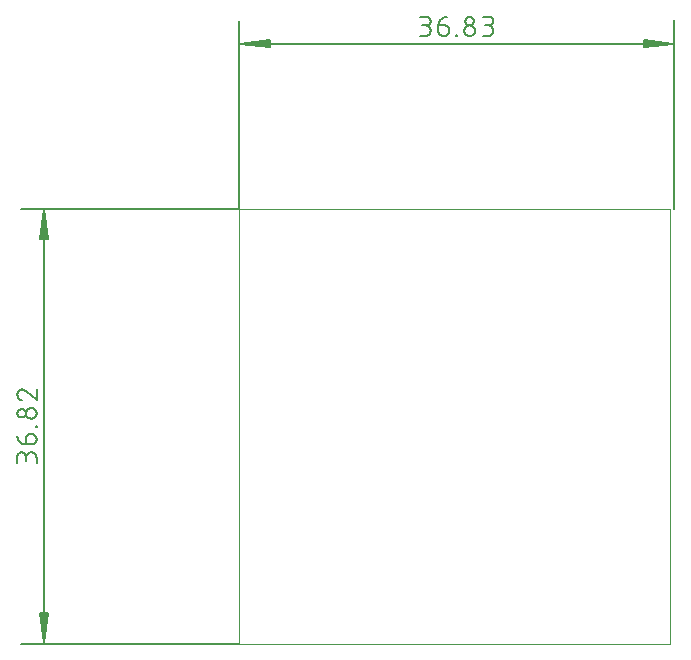
<source format=gbr>
G75*
%MOIN*%
%OFA0B0*%
%FSLAX25Y25*%
%IPPOS*%
%LPD*%
%AMOC8*
5,1,8,0,0,1.08239X$1,22.5*
%
%ADD10C,0.00000*%
%ADD11C,0.00512*%
%ADD12C,0.00600*%
D10*
X0078342Y0001492D02*
X0078342Y0146453D01*
X0222043Y0146453D01*
X0222043Y0001492D01*
X0078342Y0001492D01*
D11*
X0005665Y0001492D01*
X0013342Y0001748D02*
X0014365Y0011728D01*
X0014599Y0011728D02*
X0013342Y0001748D01*
X0012318Y0011728D01*
X0012085Y0011728D02*
X0014599Y0011728D01*
X0013854Y0011728D02*
X0013342Y0001748D01*
X0012830Y0011728D01*
X0012085Y0011728D02*
X0013342Y0001748D01*
X0013342Y0146197D01*
X0014365Y0136217D01*
X0014599Y0136217D02*
X0013342Y0146197D01*
X0012318Y0136217D01*
X0012085Y0136217D02*
X0014599Y0136217D01*
X0013854Y0136217D02*
X0013342Y0146197D01*
X0012830Y0136217D01*
X0012085Y0136217D02*
X0013342Y0146197D01*
X0005665Y0146453D02*
X0078342Y0146453D01*
X0078325Y0209131D01*
X0078583Y0201454D02*
X0088563Y0202481D01*
X0088563Y0202714D02*
X0088563Y0200200D01*
X0078583Y0201454D01*
X0088563Y0200433D01*
X0088563Y0200945D02*
X0078583Y0201454D01*
X0088563Y0201969D01*
X0088563Y0202714D02*
X0078583Y0201454D01*
X0223071Y0201493D01*
X0213091Y0200467D01*
X0213091Y0200234D02*
X0223071Y0201493D01*
X0213090Y0202514D01*
X0213090Y0202748D02*
X0213091Y0200234D01*
X0213091Y0200979D02*
X0223071Y0201493D01*
X0213091Y0202003D01*
X0213090Y0202748D02*
X0223071Y0201493D01*
X0223325Y0209171D02*
X0223342Y0146492D01*
D12*
X0161265Y0204032D02*
X0159487Y0204032D01*
X0161265Y0204032D02*
X0161348Y0204034D01*
X0161431Y0204040D01*
X0161514Y0204050D01*
X0161597Y0204063D01*
X0161678Y0204081D01*
X0161759Y0204102D01*
X0161838Y0204127D01*
X0161916Y0204156D01*
X0161993Y0204188D01*
X0162068Y0204224D01*
X0162142Y0204263D01*
X0162213Y0204306D01*
X0162283Y0204352D01*
X0162350Y0204402D01*
X0162415Y0204454D01*
X0162477Y0204509D01*
X0162537Y0204568D01*
X0162594Y0204629D01*
X0162648Y0204692D01*
X0162699Y0204758D01*
X0162746Y0204827D01*
X0162791Y0204897D01*
X0162832Y0204970D01*
X0162869Y0205044D01*
X0162904Y0205120D01*
X0162934Y0205198D01*
X0162961Y0205276D01*
X0162984Y0205357D01*
X0163004Y0205438D01*
X0163019Y0205520D01*
X0163031Y0205602D01*
X0163039Y0205685D01*
X0163043Y0205768D01*
X0163043Y0205852D01*
X0163039Y0205935D01*
X0163031Y0206018D01*
X0163019Y0206100D01*
X0163004Y0206182D01*
X0162984Y0206263D01*
X0162961Y0206344D01*
X0162934Y0206422D01*
X0162904Y0206500D01*
X0162869Y0206576D01*
X0162832Y0206650D01*
X0162791Y0206723D01*
X0162746Y0206793D01*
X0162699Y0206862D01*
X0162648Y0206928D01*
X0162594Y0206991D01*
X0162537Y0207052D01*
X0162477Y0207111D01*
X0162415Y0207166D01*
X0162350Y0207218D01*
X0162283Y0207268D01*
X0162213Y0207314D01*
X0162142Y0207357D01*
X0162068Y0207396D01*
X0161993Y0207432D01*
X0161916Y0207464D01*
X0161838Y0207493D01*
X0161759Y0207518D01*
X0161678Y0207539D01*
X0161597Y0207557D01*
X0161514Y0207570D01*
X0161431Y0207580D01*
X0161348Y0207586D01*
X0161265Y0207588D01*
X0161620Y0207588D02*
X0160198Y0207588D01*
X0161620Y0207588D02*
X0161694Y0207590D01*
X0161769Y0207596D01*
X0161842Y0207606D01*
X0161916Y0207619D01*
X0161988Y0207636D01*
X0162059Y0207658D01*
X0162130Y0207682D01*
X0162198Y0207711D01*
X0162266Y0207743D01*
X0162331Y0207779D01*
X0162394Y0207817D01*
X0162456Y0207860D01*
X0162515Y0207905D01*
X0162572Y0207953D01*
X0162626Y0208004D01*
X0162677Y0208058D01*
X0162725Y0208115D01*
X0162770Y0208174D01*
X0162813Y0208236D01*
X0162851Y0208299D01*
X0162887Y0208364D01*
X0162919Y0208432D01*
X0162948Y0208500D01*
X0162972Y0208571D01*
X0162994Y0208642D01*
X0163011Y0208714D01*
X0163024Y0208788D01*
X0163034Y0208861D01*
X0163040Y0208936D01*
X0163042Y0209010D01*
X0163040Y0209084D01*
X0163034Y0209159D01*
X0163024Y0209232D01*
X0163011Y0209306D01*
X0162994Y0209378D01*
X0162972Y0209449D01*
X0162948Y0209520D01*
X0162919Y0209588D01*
X0162887Y0209656D01*
X0162851Y0209721D01*
X0162813Y0209784D01*
X0162770Y0209846D01*
X0162725Y0209905D01*
X0162677Y0209962D01*
X0162626Y0210016D01*
X0162572Y0210067D01*
X0162515Y0210115D01*
X0162456Y0210160D01*
X0162394Y0210203D01*
X0162331Y0210241D01*
X0162266Y0210277D01*
X0162198Y0210309D01*
X0162130Y0210338D01*
X0162059Y0210362D01*
X0161988Y0210384D01*
X0161916Y0210401D01*
X0161842Y0210414D01*
X0161769Y0210424D01*
X0161694Y0210430D01*
X0161620Y0210432D01*
X0159487Y0210432D01*
X0156533Y0209010D02*
X0156531Y0208936D01*
X0156525Y0208861D01*
X0156515Y0208788D01*
X0156502Y0208714D01*
X0156485Y0208642D01*
X0156463Y0208571D01*
X0156439Y0208500D01*
X0156410Y0208432D01*
X0156378Y0208364D01*
X0156342Y0208299D01*
X0156304Y0208236D01*
X0156261Y0208174D01*
X0156216Y0208115D01*
X0156168Y0208058D01*
X0156117Y0208004D01*
X0156063Y0207953D01*
X0156006Y0207905D01*
X0155947Y0207860D01*
X0155885Y0207817D01*
X0155822Y0207779D01*
X0155757Y0207743D01*
X0155689Y0207711D01*
X0155621Y0207682D01*
X0155550Y0207658D01*
X0155479Y0207636D01*
X0155407Y0207619D01*
X0155333Y0207606D01*
X0155260Y0207596D01*
X0155185Y0207590D01*
X0155111Y0207588D01*
X0155037Y0207590D01*
X0154962Y0207596D01*
X0154889Y0207606D01*
X0154815Y0207619D01*
X0154743Y0207636D01*
X0154672Y0207658D01*
X0154601Y0207682D01*
X0154533Y0207711D01*
X0154465Y0207743D01*
X0154400Y0207779D01*
X0154337Y0207817D01*
X0154275Y0207860D01*
X0154216Y0207905D01*
X0154159Y0207953D01*
X0154105Y0208004D01*
X0154054Y0208058D01*
X0154006Y0208115D01*
X0153961Y0208174D01*
X0153918Y0208236D01*
X0153880Y0208299D01*
X0153844Y0208364D01*
X0153812Y0208432D01*
X0153783Y0208500D01*
X0153759Y0208571D01*
X0153737Y0208642D01*
X0153720Y0208714D01*
X0153707Y0208788D01*
X0153697Y0208861D01*
X0153691Y0208936D01*
X0153689Y0209010D01*
X0153691Y0209084D01*
X0153697Y0209159D01*
X0153707Y0209232D01*
X0153720Y0209306D01*
X0153737Y0209378D01*
X0153759Y0209449D01*
X0153783Y0209520D01*
X0153812Y0209588D01*
X0153844Y0209656D01*
X0153880Y0209721D01*
X0153918Y0209784D01*
X0153961Y0209846D01*
X0154006Y0209905D01*
X0154054Y0209962D01*
X0154105Y0210016D01*
X0154159Y0210067D01*
X0154216Y0210115D01*
X0154275Y0210160D01*
X0154337Y0210203D01*
X0154400Y0210241D01*
X0154465Y0210277D01*
X0154533Y0210309D01*
X0154601Y0210338D01*
X0154672Y0210362D01*
X0154743Y0210384D01*
X0154815Y0210401D01*
X0154889Y0210414D01*
X0154962Y0210424D01*
X0155037Y0210430D01*
X0155111Y0210432D01*
X0155185Y0210430D01*
X0155260Y0210424D01*
X0155333Y0210414D01*
X0155407Y0210401D01*
X0155479Y0210384D01*
X0155550Y0210362D01*
X0155621Y0210338D01*
X0155689Y0210309D01*
X0155757Y0210277D01*
X0155822Y0210241D01*
X0155885Y0210203D01*
X0155947Y0210160D01*
X0156006Y0210115D01*
X0156063Y0210067D01*
X0156117Y0210016D01*
X0156168Y0209962D01*
X0156216Y0209905D01*
X0156261Y0209846D01*
X0156304Y0209784D01*
X0156342Y0209721D01*
X0156378Y0209656D01*
X0156410Y0209588D01*
X0156439Y0209520D01*
X0156463Y0209449D01*
X0156485Y0209378D01*
X0156502Y0209306D01*
X0156515Y0209232D01*
X0156525Y0209159D01*
X0156531Y0209084D01*
X0156533Y0209010D01*
X0156889Y0205810D02*
X0156887Y0205727D01*
X0156881Y0205644D01*
X0156871Y0205561D01*
X0156858Y0205478D01*
X0156840Y0205397D01*
X0156819Y0205316D01*
X0156794Y0205237D01*
X0156765Y0205159D01*
X0156733Y0205082D01*
X0156697Y0205007D01*
X0156658Y0204933D01*
X0156615Y0204862D01*
X0156569Y0204792D01*
X0156519Y0204725D01*
X0156467Y0204660D01*
X0156412Y0204598D01*
X0156353Y0204538D01*
X0156292Y0204481D01*
X0156229Y0204427D01*
X0156163Y0204376D01*
X0156094Y0204329D01*
X0156024Y0204284D01*
X0155951Y0204243D01*
X0155877Y0204206D01*
X0155801Y0204171D01*
X0155723Y0204141D01*
X0155645Y0204114D01*
X0155564Y0204091D01*
X0155483Y0204071D01*
X0155401Y0204056D01*
X0155319Y0204044D01*
X0155236Y0204036D01*
X0155153Y0204032D01*
X0155069Y0204032D01*
X0154986Y0204036D01*
X0154903Y0204044D01*
X0154821Y0204056D01*
X0154739Y0204071D01*
X0154658Y0204091D01*
X0154577Y0204114D01*
X0154499Y0204141D01*
X0154421Y0204171D01*
X0154345Y0204206D01*
X0154271Y0204243D01*
X0154198Y0204284D01*
X0154128Y0204329D01*
X0154059Y0204376D01*
X0153993Y0204427D01*
X0153930Y0204481D01*
X0153869Y0204538D01*
X0153810Y0204598D01*
X0153755Y0204660D01*
X0153703Y0204725D01*
X0153653Y0204792D01*
X0153607Y0204862D01*
X0153564Y0204933D01*
X0153525Y0205007D01*
X0153489Y0205082D01*
X0153457Y0205159D01*
X0153428Y0205237D01*
X0153403Y0205316D01*
X0153382Y0205397D01*
X0153364Y0205478D01*
X0153351Y0205561D01*
X0153341Y0205644D01*
X0153335Y0205727D01*
X0153333Y0205810D01*
X0153335Y0205893D01*
X0153341Y0205976D01*
X0153351Y0206059D01*
X0153364Y0206142D01*
X0153382Y0206223D01*
X0153403Y0206304D01*
X0153428Y0206383D01*
X0153457Y0206461D01*
X0153489Y0206538D01*
X0153525Y0206613D01*
X0153564Y0206687D01*
X0153607Y0206758D01*
X0153653Y0206828D01*
X0153703Y0206895D01*
X0153755Y0206960D01*
X0153810Y0207022D01*
X0153869Y0207082D01*
X0153930Y0207139D01*
X0153993Y0207193D01*
X0154059Y0207244D01*
X0154128Y0207291D01*
X0154198Y0207336D01*
X0154271Y0207377D01*
X0154345Y0207414D01*
X0154421Y0207449D01*
X0154499Y0207479D01*
X0154577Y0207506D01*
X0154658Y0207529D01*
X0154739Y0207549D01*
X0154821Y0207564D01*
X0154903Y0207576D01*
X0154986Y0207584D01*
X0155069Y0207588D01*
X0155153Y0207588D01*
X0155236Y0207584D01*
X0155319Y0207576D01*
X0155401Y0207564D01*
X0155483Y0207549D01*
X0155564Y0207529D01*
X0155645Y0207506D01*
X0155723Y0207479D01*
X0155801Y0207449D01*
X0155877Y0207414D01*
X0155951Y0207377D01*
X0156024Y0207336D01*
X0156094Y0207291D01*
X0156163Y0207244D01*
X0156229Y0207193D01*
X0156292Y0207139D01*
X0156353Y0207082D01*
X0156412Y0207022D01*
X0156467Y0206960D01*
X0156519Y0206895D01*
X0156569Y0206828D01*
X0156615Y0206758D01*
X0156658Y0206687D01*
X0156697Y0206613D01*
X0156733Y0206538D01*
X0156765Y0206461D01*
X0156794Y0206383D01*
X0156819Y0206304D01*
X0156840Y0206223D01*
X0156858Y0206142D01*
X0156871Y0206059D01*
X0156881Y0205976D01*
X0156887Y0205893D01*
X0156889Y0205810D01*
X0150981Y0204388D02*
X0150981Y0204032D01*
X0150625Y0204032D01*
X0150625Y0204388D01*
X0150981Y0204388D01*
X0148273Y0205810D02*
X0148273Y0206166D01*
X0148271Y0206240D01*
X0148265Y0206315D01*
X0148255Y0206388D01*
X0148242Y0206462D01*
X0148225Y0206534D01*
X0148203Y0206605D01*
X0148179Y0206676D01*
X0148150Y0206744D01*
X0148118Y0206812D01*
X0148082Y0206877D01*
X0148044Y0206940D01*
X0148001Y0207002D01*
X0147956Y0207061D01*
X0147908Y0207118D01*
X0147857Y0207172D01*
X0147803Y0207223D01*
X0147746Y0207271D01*
X0147687Y0207316D01*
X0147625Y0207359D01*
X0147562Y0207397D01*
X0147497Y0207433D01*
X0147429Y0207465D01*
X0147361Y0207494D01*
X0147290Y0207518D01*
X0147219Y0207540D01*
X0147147Y0207557D01*
X0147073Y0207570D01*
X0147000Y0207580D01*
X0146925Y0207586D01*
X0146851Y0207588D01*
X0144717Y0207588D01*
X0144717Y0205810D01*
X0144719Y0205727D01*
X0144725Y0205644D01*
X0144735Y0205561D01*
X0144748Y0205478D01*
X0144766Y0205397D01*
X0144787Y0205316D01*
X0144812Y0205237D01*
X0144841Y0205159D01*
X0144873Y0205082D01*
X0144909Y0205007D01*
X0144948Y0204933D01*
X0144991Y0204862D01*
X0145037Y0204792D01*
X0145087Y0204725D01*
X0145139Y0204660D01*
X0145194Y0204598D01*
X0145253Y0204538D01*
X0145314Y0204481D01*
X0145377Y0204427D01*
X0145443Y0204376D01*
X0145512Y0204329D01*
X0145582Y0204284D01*
X0145655Y0204243D01*
X0145729Y0204206D01*
X0145805Y0204171D01*
X0145883Y0204141D01*
X0145961Y0204114D01*
X0146042Y0204091D01*
X0146123Y0204071D01*
X0146205Y0204056D01*
X0146287Y0204044D01*
X0146370Y0204036D01*
X0146453Y0204032D01*
X0146537Y0204032D01*
X0146620Y0204036D01*
X0146703Y0204044D01*
X0146785Y0204056D01*
X0146867Y0204071D01*
X0146948Y0204091D01*
X0147029Y0204114D01*
X0147107Y0204141D01*
X0147185Y0204171D01*
X0147261Y0204206D01*
X0147335Y0204243D01*
X0147408Y0204284D01*
X0147478Y0204329D01*
X0147547Y0204376D01*
X0147613Y0204427D01*
X0147676Y0204481D01*
X0147737Y0204538D01*
X0147796Y0204598D01*
X0147851Y0204660D01*
X0147903Y0204725D01*
X0147953Y0204792D01*
X0147999Y0204862D01*
X0148042Y0204933D01*
X0148081Y0205007D01*
X0148117Y0205082D01*
X0148149Y0205159D01*
X0148178Y0205237D01*
X0148203Y0205316D01*
X0148224Y0205397D01*
X0148242Y0205478D01*
X0148255Y0205561D01*
X0148265Y0205644D01*
X0148271Y0205727D01*
X0148273Y0205810D01*
X0144718Y0207588D02*
X0144720Y0207694D01*
X0144726Y0207801D01*
X0144736Y0207906D01*
X0144750Y0208012D01*
X0144768Y0208117D01*
X0144789Y0208221D01*
X0144815Y0208324D01*
X0144844Y0208426D01*
X0144878Y0208527D01*
X0144915Y0208627D01*
X0144955Y0208725D01*
X0145000Y0208822D01*
X0145048Y0208917D01*
X0145099Y0209010D01*
X0145154Y0209101D01*
X0145212Y0209190D01*
X0145274Y0209277D01*
X0145338Y0209361D01*
X0145406Y0209443D01*
X0145477Y0209522D01*
X0145551Y0209599D01*
X0145628Y0209673D01*
X0145707Y0209744D01*
X0145789Y0209812D01*
X0145873Y0209876D01*
X0145960Y0209938D01*
X0146049Y0209996D01*
X0146140Y0210051D01*
X0146233Y0210102D01*
X0146328Y0210150D01*
X0146425Y0210195D01*
X0146523Y0210235D01*
X0146623Y0210272D01*
X0146724Y0210306D01*
X0146826Y0210335D01*
X0146929Y0210361D01*
X0147033Y0210382D01*
X0147138Y0210400D01*
X0147244Y0210414D01*
X0147349Y0210424D01*
X0147456Y0210430D01*
X0147562Y0210432D01*
X0140697Y0210432D02*
X0138563Y0210432D01*
X0140697Y0210432D02*
X0140771Y0210430D01*
X0140846Y0210424D01*
X0140919Y0210414D01*
X0140993Y0210401D01*
X0141065Y0210384D01*
X0141136Y0210362D01*
X0141207Y0210338D01*
X0141275Y0210309D01*
X0141343Y0210277D01*
X0141408Y0210241D01*
X0141471Y0210203D01*
X0141533Y0210160D01*
X0141592Y0210115D01*
X0141649Y0210067D01*
X0141703Y0210016D01*
X0141754Y0209962D01*
X0141802Y0209905D01*
X0141847Y0209846D01*
X0141890Y0209784D01*
X0141928Y0209721D01*
X0141964Y0209656D01*
X0141996Y0209588D01*
X0142025Y0209520D01*
X0142049Y0209449D01*
X0142071Y0209378D01*
X0142088Y0209306D01*
X0142101Y0209232D01*
X0142111Y0209159D01*
X0142117Y0209084D01*
X0142119Y0209010D01*
X0142117Y0208936D01*
X0142111Y0208861D01*
X0142101Y0208788D01*
X0142088Y0208714D01*
X0142071Y0208642D01*
X0142049Y0208571D01*
X0142025Y0208500D01*
X0141996Y0208432D01*
X0141964Y0208364D01*
X0141928Y0208299D01*
X0141890Y0208236D01*
X0141847Y0208174D01*
X0141802Y0208115D01*
X0141754Y0208058D01*
X0141703Y0208004D01*
X0141649Y0207953D01*
X0141592Y0207905D01*
X0141533Y0207860D01*
X0141471Y0207817D01*
X0141408Y0207779D01*
X0141343Y0207743D01*
X0141275Y0207711D01*
X0141207Y0207682D01*
X0141136Y0207658D01*
X0141065Y0207636D01*
X0140993Y0207619D01*
X0140919Y0207606D01*
X0140846Y0207596D01*
X0140771Y0207590D01*
X0140697Y0207588D01*
X0139274Y0207588D01*
X0140341Y0207588D02*
X0140424Y0207586D01*
X0140507Y0207580D01*
X0140590Y0207570D01*
X0140673Y0207557D01*
X0140754Y0207539D01*
X0140835Y0207518D01*
X0140914Y0207493D01*
X0140992Y0207464D01*
X0141069Y0207432D01*
X0141144Y0207396D01*
X0141218Y0207357D01*
X0141289Y0207314D01*
X0141359Y0207268D01*
X0141426Y0207218D01*
X0141491Y0207166D01*
X0141553Y0207111D01*
X0141613Y0207052D01*
X0141670Y0206991D01*
X0141724Y0206928D01*
X0141775Y0206862D01*
X0141822Y0206793D01*
X0141867Y0206723D01*
X0141908Y0206650D01*
X0141945Y0206576D01*
X0141980Y0206500D01*
X0142010Y0206422D01*
X0142037Y0206344D01*
X0142060Y0206263D01*
X0142080Y0206182D01*
X0142095Y0206100D01*
X0142107Y0206018D01*
X0142115Y0205935D01*
X0142119Y0205852D01*
X0142119Y0205768D01*
X0142115Y0205685D01*
X0142107Y0205602D01*
X0142095Y0205520D01*
X0142080Y0205438D01*
X0142060Y0205357D01*
X0142037Y0205276D01*
X0142010Y0205198D01*
X0141980Y0205120D01*
X0141945Y0205044D01*
X0141908Y0204970D01*
X0141867Y0204897D01*
X0141822Y0204827D01*
X0141775Y0204758D01*
X0141724Y0204692D01*
X0141670Y0204629D01*
X0141613Y0204568D01*
X0141553Y0204509D01*
X0141491Y0204454D01*
X0141426Y0204402D01*
X0141359Y0204352D01*
X0141289Y0204306D01*
X0141218Y0204263D01*
X0141144Y0204224D01*
X0141069Y0204188D01*
X0140992Y0204156D01*
X0140914Y0204127D01*
X0140835Y0204102D01*
X0140754Y0204081D01*
X0140673Y0204063D01*
X0140590Y0204050D01*
X0140507Y0204040D01*
X0140424Y0204034D01*
X0140341Y0204032D01*
X0138563Y0204032D01*
X0010780Y0086189D02*
X0010780Y0082633D01*
X0007224Y0085655D01*
X0004380Y0084589D02*
X0004382Y0084500D01*
X0004388Y0084411D01*
X0004397Y0084322D01*
X0004411Y0084234D01*
X0004428Y0084147D01*
X0004449Y0084060D01*
X0004474Y0083974D01*
X0004502Y0083890D01*
X0004535Y0083807D01*
X0004570Y0083725D01*
X0004610Y0083645D01*
X0004652Y0083567D01*
X0004698Y0083490D01*
X0004747Y0083416D01*
X0004800Y0083344D01*
X0004855Y0083274D01*
X0004914Y0083207D01*
X0004975Y0083142D01*
X0005039Y0083080D01*
X0005106Y0083021D01*
X0005175Y0082965D01*
X0005247Y0082912D01*
X0005321Y0082862D01*
X0005397Y0082815D01*
X0005474Y0082772D01*
X0005554Y0082732D01*
X0005635Y0082695D01*
X0005718Y0082662D01*
X0005803Y0082633D01*
X0007225Y0085656D02*
X0007167Y0085713D01*
X0007106Y0085769D01*
X0007043Y0085821D01*
X0006978Y0085870D01*
X0006910Y0085916D01*
X0006840Y0085958D01*
X0006768Y0085998D01*
X0006695Y0086033D01*
X0006619Y0086066D01*
X0006543Y0086094D01*
X0006465Y0086119D01*
X0006386Y0086140D01*
X0006306Y0086158D01*
X0006225Y0086171D01*
X0006144Y0086181D01*
X0006062Y0086187D01*
X0005980Y0086189D01*
X0005901Y0086187D01*
X0005823Y0086181D01*
X0005745Y0086172D01*
X0005668Y0086158D01*
X0005591Y0086141D01*
X0005516Y0086120D01*
X0005441Y0086095D01*
X0005368Y0086067D01*
X0005296Y0086035D01*
X0005226Y0086000D01*
X0005157Y0085961D01*
X0005091Y0085919D01*
X0005027Y0085874D01*
X0004965Y0085826D01*
X0004906Y0085775D01*
X0004849Y0085720D01*
X0004794Y0085663D01*
X0004743Y0085604D01*
X0004695Y0085542D01*
X0004650Y0085478D01*
X0004608Y0085412D01*
X0004569Y0085343D01*
X0004534Y0085273D01*
X0004502Y0085201D01*
X0004474Y0085128D01*
X0004449Y0085053D01*
X0004428Y0084978D01*
X0004411Y0084901D01*
X0004397Y0084824D01*
X0004388Y0084746D01*
X0004382Y0084668D01*
X0004380Y0084589D01*
X0005802Y0079679D02*
X0005876Y0079677D01*
X0005951Y0079671D01*
X0006024Y0079661D01*
X0006098Y0079648D01*
X0006170Y0079631D01*
X0006241Y0079609D01*
X0006312Y0079585D01*
X0006380Y0079556D01*
X0006448Y0079524D01*
X0006513Y0079488D01*
X0006576Y0079450D01*
X0006638Y0079407D01*
X0006697Y0079362D01*
X0006754Y0079314D01*
X0006808Y0079263D01*
X0006859Y0079209D01*
X0006907Y0079152D01*
X0006952Y0079093D01*
X0006995Y0079031D01*
X0007033Y0078968D01*
X0007069Y0078903D01*
X0007101Y0078835D01*
X0007130Y0078767D01*
X0007154Y0078696D01*
X0007176Y0078625D01*
X0007193Y0078553D01*
X0007206Y0078479D01*
X0007216Y0078406D01*
X0007222Y0078331D01*
X0007224Y0078257D01*
X0007222Y0078183D01*
X0007216Y0078108D01*
X0007206Y0078035D01*
X0007193Y0077961D01*
X0007176Y0077889D01*
X0007154Y0077818D01*
X0007130Y0077747D01*
X0007101Y0077679D01*
X0007069Y0077611D01*
X0007033Y0077546D01*
X0006995Y0077483D01*
X0006952Y0077421D01*
X0006907Y0077362D01*
X0006859Y0077305D01*
X0006808Y0077251D01*
X0006754Y0077200D01*
X0006697Y0077152D01*
X0006638Y0077107D01*
X0006576Y0077064D01*
X0006513Y0077026D01*
X0006448Y0076990D01*
X0006380Y0076958D01*
X0006312Y0076929D01*
X0006241Y0076905D01*
X0006170Y0076883D01*
X0006098Y0076866D01*
X0006024Y0076853D01*
X0005951Y0076843D01*
X0005876Y0076837D01*
X0005802Y0076835D01*
X0005728Y0076837D01*
X0005653Y0076843D01*
X0005580Y0076853D01*
X0005506Y0076866D01*
X0005434Y0076883D01*
X0005363Y0076905D01*
X0005292Y0076929D01*
X0005224Y0076958D01*
X0005156Y0076990D01*
X0005091Y0077026D01*
X0005028Y0077064D01*
X0004966Y0077107D01*
X0004907Y0077152D01*
X0004850Y0077200D01*
X0004796Y0077251D01*
X0004745Y0077305D01*
X0004697Y0077362D01*
X0004652Y0077421D01*
X0004609Y0077483D01*
X0004571Y0077546D01*
X0004535Y0077611D01*
X0004503Y0077679D01*
X0004474Y0077747D01*
X0004450Y0077818D01*
X0004428Y0077889D01*
X0004411Y0077961D01*
X0004398Y0078035D01*
X0004388Y0078108D01*
X0004382Y0078183D01*
X0004380Y0078257D01*
X0004382Y0078331D01*
X0004388Y0078406D01*
X0004398Y0078479D01*
X0004411Y0078553D01*
X0004428Y0078625D01*
X0004450Y0078696D01*
X0004474Y0078767D01*
X0004503Y0078835D01*
X0004535Y0078903D01*
X0004571Y0078968D01*
X0004609Y0079031D01*
X0004652Y0079093D01*
X0004697Y0079152D01*
X0004745Y0079209D01*
X0004796Y0079263D01*
X0004850Y0079314D01*
X0004907Y0079362D01*
X0004966Y0079407D01*
X0005028Y0079450D01*
X0005091Y0079488D01*
X0005156Y0079524D01*
X0005224Y0079556D01*
X0005292Y0079585D01*
X0005363Y0079609D01*
X0005434Y0079631D01*
X0005506Y0079648D01*
X0005580Y0079661D01*
X0005653Y0079671D01*
X0005728Y0079677D01*
X0005802Y0079679D01*
X0009002Y0080035D02*
X0009085Y0080033D01*
X0009168Y0080027D01*
X0009251Y0080017D01*
X0009334Y0080004D01*
X0009415Y0079986D01*
X0009496Y0079965D01*
X0009575Y0079940D01*
X0009653Y0079911D01*
X0009730Y0079879D01*
X0009805Y0079843D01*
X0009879Y0079804D01*
X0009950Y0079761D01*
X0010020Y0079715D01*
X0010087Y0079665D01*
X0010152Y0079613D01*
X0010214Y0079558D01*
X0010274Y0079499D01*
X0010331Y0079438D01*
X0010385Y0079375D01*
X0010436Y0079309D01*
X0010483Y0079240D01*
X0010528Y0079170D01*
X0010569Y0079097D01*
X0010606Y0079023D01*
X0010641Y0078947D01*
X0010671Y0078869D01*
X0010698Y0078791D01*
X0010721Y0078710D01*
X0010741Y0078629D01*
X0010756Y0078547D01*
X0010768Y0078465D01*
X0010776Y0078382D01*
X0010780Y0078299D01*
X0010780Y0078215D01*
X0010776Y0078132D01*
X0010768Y0078049D01*
X0010756Y0077967D01*
X0010741Y0077885D01*
X0010721Y0077804D01*
X0010698Y0077723D01*
X0010671Y0077645D01*
X0010641Y0077567D01*
X0010606Y0077491D01*
X0010569Y0077417D01*
X0010528Y0077344D01*
X0010483Y0077274D01*
X0010436Y0077205D01*
X0010385Y0077139D01*
X0010331Y0077076D01*
X0010274Y0077015D01*
X0010214Y0076956D01*
X0010152Y0076901D01*
X0010087Y0076849D01*
X0010020Y0076799D01*
X0009950Y0076753D01*
X0009879Y0076710D01*
X0009805Y0076671D01*
X0009730Y0076635D01*
X0009653Y0076603D01*
X0009575Y0076574D01*
X0009496Y0076549D01*
X0009415Y0076528D01*
X0009334Y0076510D01*
X0009251Y0076497D01*
X0009168Y0076487D01*
X0009085Y0076481D01*
X0009002Y0076479D01*
X0008919Y0076481D01*
X0008836Y0076487D01*
X0008753Y0076497D01*
X0008670Y0076510D01*
X0008589Y0076528D01*
X0008508Y0076549D01*
X0008429Y0076574D01*
X0008351Y0076603D01*
X0008274Y0076635D01*
X0008199Y0076671D01*
X0008125Y0076710D01*
X0008054Y0076753D01*
X0007984Y0076799D01*
X0007917Y0076849D01*
X0007852Y0076901D01*
X0007790Y0076956D01*
X0007730Y0077015D01*
X0007673Y0077076D01*
X0007619Y0077139D01*
X0007568Y0077205D01*
X0007521Y0077274D01*
X0007476Y0077344D01*
X0007435Y0077417D01*
X0007398Y0077491D01*
X0007363Y0077567D01*
X0007333Y0077645D01*
X0007306Y0077723D01*
X0007283Y0077804D01*
X0007263Y0077885D01*
X0007248Y0077967D01*
X0007236Y0078049D01*
X0007228Y0078132D01*
X0007224Y0078215D01*
X0007224Y0078299D01*
X0007228Y0078382D01*
X0007236Y0078465D01*
X0007248Y0078547D01*
X0007263Y0078629D01*
X0007283Y0078710D01*
X0007306Y0078791D01*
X0007333Y0078869D01*
X0007363Y0078947D01*
X0007398Y0079023D01*
X0007435Y0079097D01*
X0007476Y0079170D01*
X0007521Y0079240D01*
X0007568Y0079309D01*
X0007619Y0079375D01*
X0007673Y0079438D01*
X0007730Y0079499D01*
X0007790Y0079558D01*
X0007852Y0079613D01*
X0007917Y0079665D01*
X0007984Y0079715D01*
X0008054Y0079761D01*
X0008125Y0079804D01*
X0008199Y0079843D01*
X0008274Y0079879D01*
X0008351Y0079911D01*
X0008429Y0079940D01*
X0008508Y0079965D01*
X0008589Y0079986D01*
X0008670Y0080004D01*
X0008753Y0080017D01*
X0008836Y0080027D01*
X0008919Y0080033D01*
X0009002Y0080035D01*
X0010424Y0074127D02*
X0010780Y0074127D01*
X0010780Y0073771D01*
X0010424Y0073771D01*
X0010424Y0074127D01*
X0009002Y0071419D02*
X0008647Y0071419D01*
X0008573Y0071417D01*
X0008498Y0071411D01*
X0008425Y0071401D01*
X0008351Y0071388D01*
X0008279Y0071371D01*
X0008208Y0071349D01*
X0008137Y0071325D01*
X0008069Y0071296D01*
X0008001Y0071264D01*
X0007936Y0071228D01*
X0007873Y0071190D01*
X0007811Y0071147D01*
X0007752Y0071102D01*
X0007695Y0071054D01*
X0007641Y0071003D01*
X0007590Y0070949D01*
X0007542Y0070892D01*
X0007497Y0070833D01*
X0007454Y0070771D01*
X0007416Y0070708D01*
X0007380Y0070643D01*
X0007348Y0070575D01*
X0007319Y0070507D01*
X0007295Y0070436D01*
X0007273Y0070365D01*
X0007256Y0070293D01*
X0007243Y0070219D01*
X0007233Y0070146D01*
X0007227Y0070071D01*
X0007225Y0069997D01*
X0007224Y0069997D02*
X0007224Y0067863D01*
X0009002Y0067863D01*
X0009085Y0067865D01*
X0009168Y0067871D01*
X0009251Y0067881D01*
X0009334Y0067894D01*
X0009415Y0067912D01*
X0009496Y0067933D01*
X0009575Y0067958D01*
X0009653Y0067987D01*
X0009730Y0068019D01*
X0009805Y0068055D01*
X0009879Y0068094D01*
X0009950Y0068137D01*
X0010020Y0068183D01*
X0010087Y0068233D01*
X0010152Y0068285D01*
X0010214Y0068340D01*
X0010274Y0068399D01*
X0010331Y0068460D01*
X0010385Y0068523D01*
X0010436Y0068589D01*
X0010483Y0068658D01*
X0010528Y0068728D01*
X0010569Y0068801D01*
X0010606Y0068875D01*
X0010641Y0068951D01*
X0010671Y0069029D01*
X0010698Y0069107D01*
X0010721Y0069188D01*
X0010741Y0069269D01*
X0010756Y0069351D01*
X0010768Y0069433D01*
X0010776Y0069516D01*
X0010780Y0069599D01*
X0010780Y0069683D01*
X0010776Y0069766D01*
X0010768Y0069849D01*
X0010756Y0069931D01*
X0010741Y0070013D01*
X0010721Y0070094D01*
X0010698Y0070175D01*
X0010671Y0070253D01*
X0010641Y0070331D01*
X0010606Y0070407D01*
X0010569Y0070481D01*
X0010528Y0070554D01*
X0010483Y0070624D01*
X0010436Y0070693D01*
X0010385Y0070759D01*
X0010331Y0070822D01*
X0010274Y0070883D01*
X0010214Y0070942D01*
X0010152Y0070997D01*
X0010087Y0071049D01*
X0010020Y0071099D01*
X0009950Y0071145D01*
X0009879Y0071188D01*
X0009805Y0071227D01*
X0009730Y0071263D01*
X0009653Y0071295D01*
X0009575Y0071324D01*
X0009496Y0071349D01*
X0009415Y0071370D01*
X0009334Y0071388D01*
X0009251Y0071401D01*
X0009168Y0071411D01*
X0009085Y0071417D01*
X0009002Y0071419D01*
X0007224Y0067864D02*
X0007118Y0067866D01*
X0007011Y0067872D01*
X0006906Y0067882D01*
X0006800Y0067896D01*
X0006695Y0067914D01*
X0006591Y0067935D01*
X0006488Y0067961D01*
X0006386Y0067990D01*
X0006285Y0068024D01*
X0006185Y0068061D01*
X0006087Y0068101D01*
X0005990Y0068146D01*
X0005895Y0068194D01*
X0005802Y0068245D01*
X0005711Y0068300D01*
X0005622Y0068358D01*
X0005535Y0068420D01*
X0005451Y0068484D01*
X0005369Y0068552D01*
X0005290Y0068623D01*
X0005213Y0068697D01*
X0005139Y0068774D01*
X0005068Y0068853D01*
X0005000Y0068935D01*
X0004936Y0069019D01*
X0004874Y0069106D01*
X0004816Y0069195D01*
X0004761Y0069286D01*
X0004710Y0069379D01*
X0004662Y0069474D01*
X0004617Y0069571D01*
X0004577Y0069669D01*
X0004540Y0069769D01*
X0004506Y0069870D01*
X0004477Y0069972D01*
X0004451Y0070075D01*
X0004430Y0070179D01*
X0004412Y0070284D01*
X0004398Y0070390D01*
X0004388Y0070495D01*
X0004382Y0070602D01*
X0004380Y0070708D01*
X0004380Y0063843D02*
X0004380Y0061709D01*
X0004380Y0063843D02*
X0004382Y0063917D01*
X0004388Y0063992D01*
X0004398Y0064065D01*
X0004411Y0064139D01*
X0004428Y0064211D01*
X0004450Y0064282D01*
X0004474Y0064353D01*
X0004503Y0064421D01*
X0004535Y0064489D01*
X0004571Y0064554D01*
X0004609Y0064617D01*
X0004652Y0064679D01*
X0004697Y0064738D01*
X0004745Y0064795D01*
X0004796Y0064849D01*
X0004850Y0064900D01*
X0004907Y0064948D01*
X0004966Y0064993D01*
X0005028Y0065036D01*
X0005091Y0065074D01*
X0005156Y0065110D01*
X0005224Y0065142D01*
X0005292Y0065171D01*
X0005363Y0065195D01*
X0005434Y0065217D01*
X0005506Y0065234D01*
X0005580Y0065247D01*
X0005653Y0065257D01*
X0005728Y0065263D01*
X0005802Y0065265D01*
X0005876Y0065263D01*
X0005951Y0065257D01*
X0006024Y0065247D01*
X0006098Y0065234D01*
X0006170Y0065217D01*
X0006241Y0065195D01*
X0006312Y0065171D01*
X0006380Y0065142D01*
X0006448Y0065110D01*
X0006513Y0065074D01*
X0006576Y0065036D01*
X0006638Y0064993D01*
X0006697Y0064948D01*
X0006754Y0064900D01*
X0006808Y0064849D01*
X0006859Y0064795D01*
X0006907Y0064738D01*
X0006952Y0064679D01*
X0006995Y0064617D01*
X0007033Y0064554D01*
X0007069Y0064489D01*
X0007101Y0064421D01*
X0007130Y0064353D01*
X0007154Y0064282D01*
X0007176Y0064211D01*
X0007193Y0064139D01*
X0007206Y0064065D01*
X0007216Y0063992D01*
X0007222Y0063917D01*
X0007224Y0063843D01*
X0007224Y0062421D01*
X0007224Y0063487D02*
X0007226Y0063570D01*
X0007232Y0063653D01*
X0007242Y0063736D01*
X0007255Y0063819D01*
X0007273Y0063900D01*
X0007294Y0063981D01*
X0007319Y0064060D01*
X0007348Y0064138D01*
X0007380Y0064215D01*
X0007416Y0064290D01*
X0007455Y0064364D01*
X0007498Y0064435D01*
X0007544Y0064505D01*
X0007594Y0064572D01*
X0007646Y0064637D01*
X0007701Y0064699D01*
X0007760Y0064759D01*
X0007821Y0064816D01*
X0007884Y0064870D01*
X0007950Y0064921D01*
X0008019Y0064968D01*
X0008089Y0065013D01*
X0008162Y0065054D01*
X0008236Y0065091D01*
X0008312Y0065126D01*
X0008390Y0065156D01*
X0008468Y0065183D01*
X0008549Y0065206D01*
X0008630Y0065226D01*
X0008712Y0065241D01*
X0008794Y0065253D01*
X0008877Y0065261D01*
X0008960Y0065265D01*
X0009044Y0065265D01*
X0009127Y0065261D01*
X0009210Y0065253D01*
X0009292Y0065241D01*
X0009374Y0065226D01*
X0009455Y0065206D01*
X0009536Y0065183D01*
X0009614Y0065156D01*
X0009692Y0065126D01*
X0009768Y0065091D01*
X0009842Y0065054D01*
X0009915Y0065013D01*
X0009985Y0064968D01*
X0010054Y0064921D01*
X0010120Y0064870D01*
X0010183Y0064816D01*
X0010244Y0064759D01*
X0010303Y0064699D01*
X0010358Y0064637D01*
X0010410Y0064572D01*
X0010460Y0064505D01*
X0010506Y0064435D01*
X0010549Y0064364D01*
X0010588Y0064290D01*
X0010624Y0064215D01*
X0010656Y0064138D01*
X0010685Y0064060D01*
X0010710Y0063981D01*
X0010731Y0063900D01*
X0010749Y0063819D01*
X0010762Y0063736D01*
X0010772Y0063653D01*
X0010778Y0063570D01*
X0010780Y0063487D01*
X0010780Y0061709D01*
M02*

</source>
